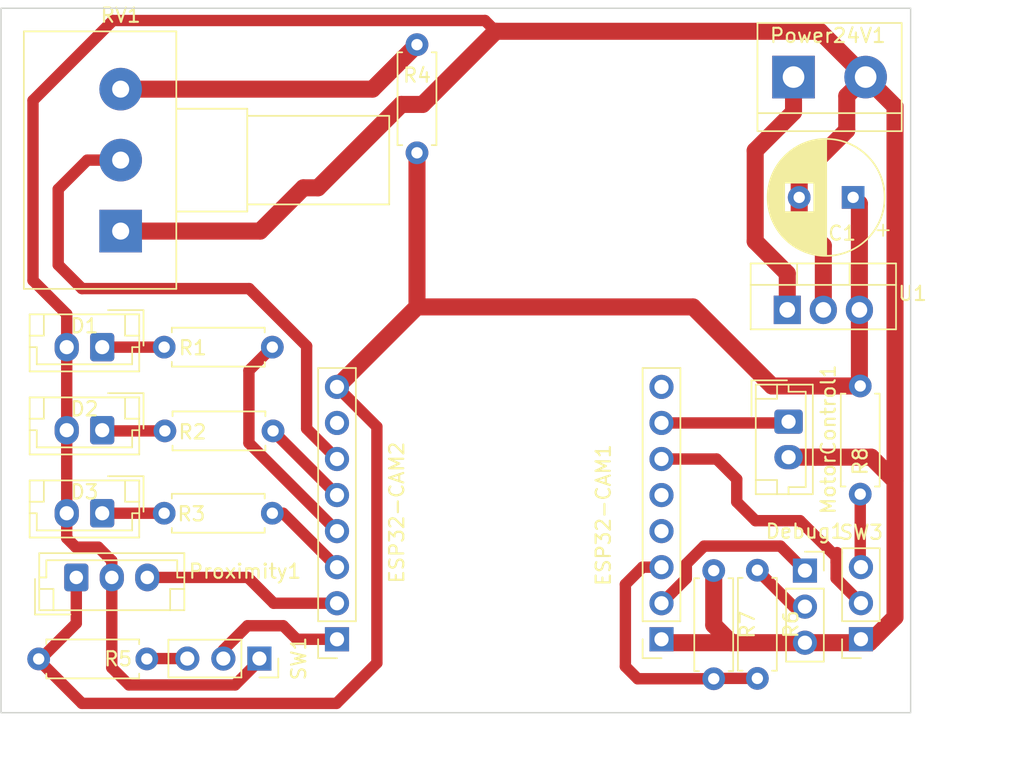
<source format=kicad_pcb>
(kicad_pcb (version 20221018) (generator pcbnew)
  (layers (0 "F.Cu" signal) (31 "B.Cu" signal) (34 "B.Paste" user) (35 "F.Paste" user) (36 "B.SilkS" user "B.Silkscreen") (37 "F.SilkS" user "F.Silkscreen") (38 "B.Mask" user) (39 "F.Mask" user) (44 "Edge.Cuts" user))
  (net 0 "")
  (net 1 "+5V")
  (net 2 "GND")
  (net 3 "Net-(D1-K)")
  (net 4 "Net-(D2-K)")
  (net 5 "Net-(D3-K)")
  (net 6 "+24V")
  (net 7 "RX")
  (net 8 "TX")
  (net 9 "RED_LED")
  (net 10 "YELLOW_LED")
  (net 11 "GREEN_LED")
  (net 12 "SWITCH1")
  (net 13 "POT_ADC")
  (net 14 "MotorPWM")
  (net 15 "BOOT_MODE")
  (net 16 "Net-(R4-Pad1)")
  (net 17 "Net-(SW1A-C)")
  (net 18 "Net-(SW3A-C)")
  (net 23 "Proximity")
  (net 24 "RX_3.3")
  (footprint "Potentiometer_THT:Potentiometer_Alps_RK163_Single_Horizontal" (layer "F.Cu") (at 131.5 73.9 180)
    (fp_text reference "RV1" (at 0 15.2) (layer "F.SilkS"))
    (fp_text value "R_Potentiometer")
    (pad "1" thru_hole rect (at 0 0) (size 3 3) (drill 1.2) (layers "*.Cu" "*.Mask") (net 2 "GND"))
    (pad "2" thru_hole circle (at 0 5) (size 3 3) (drill 1.2) (layers "*.Cu" "*.Mask") (net 13 "POT_ADC"))
    (pad "3" thru_hole circle (at 0 10) (size 3 3) (drill 1.2) (layers "*.Cu" "*.Mask") (net 16 "Net-(R4-Pad1)"))
  )
  (footprint "Connector_JST:JST_EH_B3B-EH-A_1x03_P2.50mm_Vertical" (layer "F.Cu") (at 128.3754 98.298)
    (fp_text reference "Proximity1" (at 11.8834 -0.4318) (layer "F.SilkS"))
    (fp_text value "JST-3p")
    (pad "1" thru_hole roundrect (at 0 0) (size 1.7 1.95) (drill 0.95) (layers "*.Cu" "*.Mask") (roundrect_rratio 0.147059) (net 1 "+5V"))
    (pad "2" thru_hole oval (at 2.5 0) (size 1.7 1.95) (drill 0.95) (layers "*.Cu" "*.Mask") (net 2 "GND"))
    (pad "3" thru_hole oval (at 5 0) (size 1.7 1.95) (drill 0.95) (layers "*.Cu" "*.Mask") (net 23 "Proximity"))
  )
  (footprint "Resistor_THT:R_Axial_DIN0207_L6.3mm_D2.5mm_P7.62mm_Horizontal" (layer "F.Cu") (at 173.2788 97.8154 -90)
    (fp_text reference "R7" (at 3.81 -2.37 90) (layer "F.SilkS"))
    (fp_text value "330")
    (pad "1" thru_hole circle (at 0 0 270) (size 1.6 1.6) (drill 0.8) (layers "*.Cu" "*.Mask") (net 2 "GND"))
    (pad "2" thru_hole oval (at 7.62 0 270) (size 1.6 1.6) (drill 0.8) (layers "*.Cu" "*.Mask") (net 24 "RX_3.3"))
  )
  (footprint "Resistor_THT:R_Axial_DIN0207_L6.3mm_D2.5mm_P7.62mm_Horizontal" (layer "F.Cu") (at 133.3448 104.038 180)
    (fp_text reference "R5" (at 2.02 0) (layer "F.SilkS"))
    (fp_text value "10K")
    (pad "1" thru_hole circle (at 0 0 180) (size 1.6 1.6) (drill 0.8) (layers "*.Cu" "*.Mask") (net 17 "Net-(SW1A-C)"))
    (pad "2" thru_hole oval (at 7.62 0 180) (size 1.6 1.6) (drill 0.8) (layers "*.Cu" "*.Mask") (net 1 "+5V"))
  )
  (footprint "Connector_JST:JST_EH_B2B-EH-A_1x02_P2.50mm_Vertical" (layer "F.Cu") (at 130.2 82.075 180)
    (fp_text reference "D1" (at 1.25 1.5) (layer "F.SilkS"))
    (fp_text value "RED")
    (pad "1" thru_hole roundrect (at 0 0 180) (size 1.7 2) (drill 1) (layers "*.Cu" "*.Mask") (roundrect_rratio 0.147059) (net 3 "Net-(D1-K)"))
    (pad "2" thru_hole oval (at 2.5 0 180) (size 1.7 2) (drill 1) (layers "*.Cu" "*.Mask") (net 2 "GND"))
  )
  (footprint "Connector_PinSocket_2.54mm:PinSocket_1x03_P2.54mm_Vertical" (layer "F.Cu") (at 179.705 97.8154)
    (fp_text reference "Debug1" (at 0 -2.77) (layer "F.SilkS"))
    (fp_text value "1x3_Header")
    (pad "1" thru_hole rect (at 0 0) (size 1.7 1.7) (drill 1) (layers "*.Cu" "*.Mask") (net 8 "TX"))
    (pad "2" thru_hole oval (at 0 2.54) (size 1.7 1.7) (drill 1) (layers "*.Cu" "*.Mask") (net 7 "RX"))
    (pad "3" thru_hole oval (at 0 5.08) (size 1.7 1.7) (drill 1) (layers "*.Cu" "*.Mask") (net 2 "GND"))
  )
  (footprint "Capacitor_THT:CP_Radial_D8.0mm_P3.80mm" (layer "F.Cu") (at 183.1 71.525 180)
    (fp_text reference "C1" (at 0.775 -2.525) (layer "F.SilkS"))
    (fp_text value "300uF")
    (pad "1" thru_hole rect (at 0 0 180) (size 1.6 1.6) (drill 0.8) (layers "*.Cu" "*.Mask") (net 1 "+5V"))
    (pad "2" thru_hole circle (at 3.8 0 180) (size 1.6 1.6) (drill 0.8) (layers "*.Cu" "*.Mask") (net 2 "GND"))
  )
  (footprint "Connector_JST:JST_EH_B2B-EH-A_1x02_P2.50mm_Vertical" (layer "F.Cu") (at 178.55 87.325 -90)
    (fp_text reference "MotorControl1" (at 1.25 -2.8 90) (layer "F.SilkS"))
    (fp_text value "JST-2P")
    (pad "1" thru_hole roundrect (at 0 0 270) (size 1.7 2) (drill 1) (layers "*.Cu" "*.Mask") (roundrect_rratio 0.147059) (net 14 "MotorPWM"))
    (pad "2" thru_hole oval (at 2.5 0 270) (size 1.7 2) (drill 1) (layers "*.Cu" "*.Mask") (net 2 "GND"))
  )
  (footprint "Connector_PinSocket_2.54mm:PinSocket_1x03_P2.54mm_Vertical" (layer "F.Cu") (at 183.65 102.65 180)
    (fp_text reference "SW3" (at -0.025 7.525) (layer "F.SilkS"))
    (fp_text value "SW_DPDT_x2")
    (pad "1" thru_hole rect (at 0 0 180) (size 1.7 1.7) (drill 1) (layers "*.Cu" "*.Mask") (net 2 "GND"))
    (pad "2" thru_hole oval (at 0 2.54 180) (size 1.7 1.7) (drill 1) (layers "*.Cu" "*.Mask") (net 15 "BOOT_MODE"))
    (pad "3" thru_hole oval (at 0 5.08 180) (size 1.7 1.7) (drill 1) (layers "*.Cu" "*.Mask") (net 18 "Net-(SW3A-C)"))
  )
  (footprint "Connector_JST:JST_EH_B2B-EH-A_1x02_P2.50mm_Vertical" (layer "F.Cu") (at 130.2 93.775 180)
    (fp_text reference "D3" (at 1.25 1.5) (layer "F.SilkS"))
    (fp_text value "GREEN")
    (pad "1" thru_hole roundrect (at 0 0 180) (size 1.7 2) (drill 1) (layers "*.Cu" "*.Mask") (roundrect_rratio 0.147059) (net 5 "Net-(D3-K)"))
    (pad "2" thru_hole oval (at 2.5 0 180) (size 1.7 2) (drill 1) (layers "*.Cu" "*.Mask") (net 2 "GND"))
  )
  (footprint "Resistor_THT:R_Axial_DIN0207_L6.3mm_D2.5mm_P7.62mm_Horizontal" (layer "F.Cu") (at 142.185 93.775 180)
    (fp_text reference "R3" (at 5.7 -0.05) (layer "F.SilkS"))
    (fp_text value "330")
    (pad "1" thru_hole circle (at 0 0 180) (size 1.6 1.6) (drill 0.8) (layers "*.Cu" "*.Mask") (net 11 "GREEN_LED"))
    (pad "2" thru_hole oval (at 7.62 0 180) (size 1.6 1.6) (drill 0.8) (layers "*.Cu" "*.Mask") (net 5 "Net-(D3-K)"))
  )
  (footprint "Resistor_THT:R_Axial_DIN0207_L6.3mm_D2.5mm_P7.62mm_Horizontal" (layer "F.Cu") (at 176.3522 97.79 -90)
    (fp_text reference "R6" (at 3.81 -2.37 90) (layer "F.SilkS"))
    (fp_text value "330")
    (pad "1" thru_hole circle (at 0 0 270) (size 1.6 1.6) (drill 0.8) (layers "*.Cu" "*.Mask") (net 7 "RX"))
    (pad "2" thru_hole oval (at 7.62 0 270) (size 1.6 1.6) (drill 0.8) (layers "*.Cu" "*.Mask") (net 24 "RX_3.3"))
  )
  (footprint "Connector_PinSocket_2.54mm:PinSocket_1x03_P2.54mm_Vertical" (layer "F.Cu") (at 141.2748 104.013 -90)
    (fp_text reference "SW1" (at 0 -2.77 90) (layer "F.SilkS"))
    (fp_text value "SW_DPDT_x2")
    (pad "1" thru_hole rect (at 0 0 270) (size 1.7 1.7) (drill 1) (layers "*.Cu" "*.Mask") (net 2 "GND"))
    (pad "2" thru_hole oval (at 0 2.54 270) (size 1.7 1.7) (drill 1) (layers "*.Cu" "*.Mask") (net 12 "SWITCH1"))
    (pad "3" thru_hole oval (at 0 5.08 270) (size 1.7 1.7) (drill 1) (layers "*.Cu" "*.Mask") (net 17 "Net-(SW1A-C)"))
  )
  (footprint "Connector_JST:JST_EH_B2B-EH-A_1x02_P2.50mm_Vertical" (layer "F.Cu") (at 130.2 87.925 180)
    (fp_text reference "D2" (at 1.25 1.5) (layer "F.SilkS"))
    (fp_text value "YELLOW")
    (pad "1" thru_hole roundrect (at 0 0 180) (size 1.7 2) (drill 1) (layers "*.Cu" "*.Mask") (roundrect_rratio 0.147059) (net 4 "Net-(D2-K)"))
    (pad "2" thru_hole oval (at 2.5 0 180) (size 1.7 2) (drill 1) (layers "*.Cu" "*.Mask") (net 2 "GND"))
  )
  (footprint "Package_TO_SOT_THT:TO-220-3_Vertical" (layer "F.Cu") (at 178.46 79.45)
    (fp_text reference "U1" (at 8.825 -1.15) (layer "F.SilkS"))
    (fp_text value "L7805")
    (pad "1" thru_hole rect (at 0 0) (size 1.905 2) (drill 1.1) (layers "*.Cu" "*.Mask") (net 6 "+24V"))
    (pad "2" thru_hole oval (at 2.54 0) (size 1.905 2) (drill 1.1) (layers "*.Cu" "*.Mask") (net 2 "GND"))
    (pad "3" thru_hole oval (at 5.08 0) (size 1.905 2) (drill 1.1) (layers "*.Cu" "*.Mask") (net 1 "+5V"))
  )
  (footprint "Resistor_THT:R_Axial_DIN0207_L6.3mm_D2.5mm_P7.62mm_Horizontal" (layer "F.Cu") (at 142.235 87.975 180)
    (fp_text reference "R2" (at 5.675 -0.075) (layer "F.SilkS"))
    (fp_text value "330")
    (pad "1" thru_hole circle (at 0 0 180) (size 1.6 1.6) (drill 0.8) (layers "*.Cu" "*.Mask") (net 10 "YELLOW_LED"))
    (pad "2" thru_hole oval (at 7.62 0 180) (size 1.6 1.6) (drill 0.8) (layers "*.Cu" "*.Mask") (net 4 "Net-(D2-K)"))
  )
  (footprint "Connector_PinSocket_2.54mm:PinSocket_1x08_P2.54mm_Vertical" (layer "F.Cu") (at 146.74 102.655 180)
    (fp_text reference "ESP32-CAM2" (at -4.2122 8.929 90) (layer "F.SilkS"))
    (fp_text value "01x08_Header")
    (pad "1" thru_hole rect (at 0 0 180) (size 1.7 1.7) (drill 1) (layers "*.Cu" "*.Mask") (net 12 "SWITCH1"))
    (pad "2" thru_hole oval (at 0 2.54 180) (size 1.7 1.7) (drill 1) (layers "*.Cu" "*.Mask") (net 23 "Proximity"))
    (pad "3" thru_hole oval (at 0 5.08 180) (size 1.7 1.7) (drill 1) (layers "*.Cu" "*.Mask") (net 11 "GREEN_LED"))
    (pad "4" thru_hole oval (at 0 7.62 180) (size 1.7 1.7) (drill 1) (layers "*.Cu" "*.Mask") (net 9 "RED_LED"))
    (pad "5" thru_hole oval (at 0 10.16 180) (size 1.7 1.7) (drill 1) (layers "*.Cu" "*.Mask") (net 10 "YELLOW_LED"))
    (pad "6" thru_hole oval (at 0 12.7 180) (size 1.7 1.7) (drill 1) (layers "*.Cu" "*.Mask") (net 13 "POT_ADC"))
    (pad "7" thru_hole oval (at 0 15.24 180) (size 1.7 1.7) (drill 1) (layers "*.Cu" "*.Mask"))
    (pad "8" thru_hole oval (at 0 17.78 180) (size 1.7 1.7) (drill 1) (layers "*.Cu" "*.Mask") (net 1 "+5V"))
  )
  (footprint "Resistor_THT:R_Axial_DIN0207_L6.3mm_D2.5mm_P7.62mm_Horizontal" (layer "F.Cu") (at 183.6 92.43 90)
    (fp_text reference "R8" (at 2.31 0 90) (layer "F.SilkS"))
    (fp_text value "10K")
    (pad "1" thru_hole circle (at 0 0 90) (size 1.6 1.6) (drill 0.8) (layers "*.Cu" "*.Mask") (net 18 "Net-(SW3A-C)"))
    (pad "2" thru_hole oval (at 7.62 0 90) (size 1.6 1.6) (drill 0.8) (layers "*.Cu" "*.Mask") (net 1 "+5V"))
  )
  (footprint "Resistor_THT:R_Axial_DIN0207_L6.3mm_D2.5mm_P7.62mm_Horizontal" (layer "F.Cu") (at 142.185 82.075 180)
    (fp_text reference "R1" (at 5.605 -0.05) (layer "F.SilkS"))
    (fp_text value "330")
    (pad "1" thru_hole circle (at 0 0 180) (size 1.6 1.6) (drill 0.8) (layers "*.Cu" "*.Mask") (net 9 "RED_LED"))
    (pad "2" thru_hole oval (at 7.62 0 180) (size 1.6 1.6) (drill 0.8) (layers "*.Cu" "*.Mask") (net 3 "Net-(D1-K)"))
  )
  (footprint "TerminalBlock:TerminalBlock_bornier-2_P5.08mm" (layer "F.Cu") (at 178.9 63.05)
    (fp_text reference "Power24V1" (at 2.415 -2.925) (layer "F.SilkS"))
    (fp_text value "TerminalBlock")
    (pad "1" thru_hole rect (at 0 0) (size 3 3) (drill 1.52) (layers "*.Cu" "*.Mask") (net 6 "+24V"))
    (pad "2" thru_hole circle (at 5.08 0) (size 3 3) (drill 1.52) (layers "*.Cu" "*.Mask") (net 2 "GND"))
  )
  (footprint "Connector_PinSocket_2.54mm:PinSocket_1x08_P2.54mm_Vertical" (layer "F.Cu") (at 169.6 102.655 180)
    (fp_text reference "ESP32-CAM1" (at 4.0936 8.7512 90) (layer "F.SilkS"))
    (fp_text value "01x08_Header")
    (pad "1" thru_hole rect (at 0 0 180) (size 1.7 1.7) (drill 1) (layers "*.Cu" "*.Mask") (net 2 "GND"))
    (pad "2" thru_hole oval (at 0 2.54 180) (size 1.7 1.7) (drill 1) (layers "*.Cu" "*.Mask") (net 8 "TX"))
    (pad "3" thru_hole oval (at 0 5.08 180) (size 1.7 1.7) (drill 1) (layers "*.Cu" "*.Mask") (net 24 "RX_3.3"))
    (pad "4" thru_hole oval (at 0 7.62 180) (size 1.7 1.7) (drill 1) (layers "*.Cu" "*.Mask"))
    (pad "5" thru_hole oval (at 0 10.16 180) (size 1.7 1.7) (drill 1) (layers "*.Cu" "*.Mask"))
    (pad "6" thru_hole oval (at 0 12.7 180) (size 1.7 1.7) (drill 1) (layers "*.Cu" "*.Mask") (net 15 "BOOT_MODE"))
    (pad "7" thru_hole oval (at 0 15.24 180) (size 1.7 1.7) (drill 1) (layers "*.Cu" "*.Mask") (net 14 "MotorPWM"))
    (pad "8" thru_hole oval (at 0 17.78 180) (size 1.7 1.7) (drill 1) (layers "*.Cu" "*.Mask"))
  )
  (footprint "Resistor_THT:R_Axial_DIN0207_L6.3mm_D2.5mm_P7.62mm_Horizontal" (layer "F.Cu") (at 152.375 60.765 -90)
    (fp_text reference "R4" (at 2.16 0 -180) (layer "F.SilkS"))
    (fp_text value "??")
    (pad "1" thru_hole circle (at 0 0 270) (size 1.6 1.6) (drill 0.8) (layers "*.Cu" "*.Mask") (net 16 "Net-(R4-Pad1)"))
    (pad "2" thru_hole oval (at 7.62 0 270) (size 1.6 1.6) (drill 0.8) (layers "*.Cu" "*.Mask") (net 1 "+5V"))
  )
  (gr_rect (start 123.075 58.2) (end 187.15 107.825) (stroke (width 0.1)) (fill none) (layer "Edge.Cuts"))
  (segment (start 149.55 87.685) (end 146.74 84.875) (width 0.8) (layer "F.Cu") (net 1))
  (segment (start 128.775344 107.170344) (end 146.704656 107.170344) (width 0.8) (layer "F.Cu") (net 1))
  (segment (start 149.55 104.325) (end 149.55 87.685) (width 0.8) (layer "F.Cu") (net 1))
  (segment (start 146.74 84.875) (end 152.375 79.24) (width 1.2) (layer "F.Cu") (net 1))
  (segment (start 183.6 84.81) (end 177.385 84.81) (width 1.2) (layer "F.Cu") (net 1))
  (segment (start 183.54 79.45) (end 183.54 84.75) (width 1.2) (layer "F.Cu") (net 1))
  (segment (start 152.375 79.24) (end 152.375 68.385) (width 1.2) (layer "F.Cu") (net 1))
  (segment (start 177.385 84.81) (end 171.815 79.24) (width 1.2) (layer "F.Cu") (net 1))
  (segment (start 183.54 71.965) (end 183.1 71.525) (width 1.2) (layer "F.Cu") (net 1))
  (segment (start 171.815 79.24) (end 152.375 79.24) (width 1.2) (layer "F.Cu") (net 1))
  (segment (start 183.54 84.75) (end 183.6 84.81) (width 1.2) (layer "F.Cu") (net 1))
  (segment (start 125.755 104.15) (end 128.775344 107.170344) (width 0.8) (layer "F.Cu") (net 1))
  (segment (start 128.3754 98.298) (end 128.3754 101.5296) (width 0.8) (layer "F.Cu") (net 1))
  (segment (start 183.54 79.45) (end 183.54 71.965) (width 1.2) (layer "F.Cu") (net 1))
  (segment (start 128.3754 101.5296) (end 125.755 104.15) (width 0.8) (layer "F.Cu") (net 1))
  (segment (start 146.704656 107.170344) (end 149.55 104.325) (width 0.8) (layer "F.Cu") (net 1))
  (segment (start 174.5234 102.8954) (end 173.2788 101.6508) (width 1.2) (layer "F.Cu") (net 2))
  (segment (start 130.8754 104.6626) (end 132.083144 105.870344) (width 0.8) (layer "F.Cu") (net 2))
  (segment (start 186.05 91.5) (end 186.05 65.12) (width 1.2) (layer "F.Cu") (net 2))
  (segment (start 186.05 101.1) (end 184.5 102.65) (width 1.2) (layer "F.Cu") (net 2))
  (segment (start 173.2788 97.8154) (end 173.2788 98.9838) (width 0.8) (layer "F.Cu") (net 2))
  (segment (start 173.2788 101.6508) (end 173.2788 97.8154) (width 1.2) (layer "F.Cu") (net 2))
  (segment (start 130.96 59.065) (end 157.165 59.065) (width 0.8) (layer "F.Cu") (net 2))
  (segment (start 179.3 73.225) (end 181 74.925) (width 1.2) (layer "F.Cu") (net 2))
  (segment (start 178.55 89.825) (end 180.45 89.825) (width 1.2) (layer "F.Cu") (net 2))
  (segment (start 179.705 102.8954) (end 174.5234 102.8954) (width 1.2) (layer "F.Cu") (net 2))
  (segment (start 151.275 64.975) (end 145.4 70.85) (width 1.2) (layer "F.Cu") (net 2))
  (segment (start 157.165 59.065) (end 157.925 59.825) (width 0.8) (layer "F.Cu") (net 2))
  (segment (start 130.8754 98.298) (end 130.8754 104.6626) (width 0.8) (layer "F.Cu") (net 2))
  (segment (start 141.325 73.9) (end 131.5 73.9) (width 1.2) (layer "F.Cu") (net 2))
  (segment (start 169.8404 102.8954) (end 169.6 102.655) (width 1.2) (layer "F.Cu") (net 2))
  (segment (start 127.7 82.075) (end 127.7 93.775) (width 0.8) (layer "F.Cu") (net 2))
  (segment (start 182.65 64.38) (end 183.98 63.05) (width 1.2) (layer "F.Cu") (net 2))
  (segment (start 179.3 71.525) (end 179.3 70.15) (width 1.2) (layer "F.Cu") (net 2))
  (segment (start 157.925 59.825) (end 152.775 64.975) (width 1.2) (layer "F.Cu") (net 2))
  (segment (start 127.7 95.525) (end 128.3394 96.1644) (width 0.8) (layer "F.Cu") (net 2))
  (segment (start 125.325 77.375) (end 125.325 64.7) (width 0.8) (layer "F.Cu") (net 2))
  (segment (start 128.3394 96.1644) (end 129.921 96.1644) (width 0.8) (layer "F.Cu") (net 2))
  (segment (start 174.5234 102.8954) (end 169.8404 102.8954) (width 1.2) (layer "F.Cu") (net 2))
  (segment (start 180.45 89.825) (end 180.975 89.825) (width 1.2) (layer "F.Cu") (net 2))
  (segment (start 127.7 93.775) (end 127.7 95.525) (width 0.8) (layer "F.Cu") (net 2))
  (segment (start 184.2546 102.8954) (end 179.705 102.8954) (width 1.2) (layer "F.Cu") (net 2))
  (segment (start 125.325 64.7) (end 130.96 59.065) (width 0.8) (layer "F.Cu") (net 2))
  (segment (start 179.3 70.15) (end 182.65 66.8) (width 1.2) (layer "F.Cu") (net 2))
  (segment (start 179.3 71.525) (end 179.3 73.225) (width 1.2) (layer "F.Cu") (net 2))
  (segment (start 130.8754 97.1188) (end 130.8754 98.298) (width 0.8) (layer "F.Cu") (net 2))
  (segment (start 184.5 102.65) (end 184.2546 102.8954) (width 1.2) (layer "F.Cu") (net 2))
  (segment (start 183.645 102.655) (end 183.65 102.65) (width 0.8) (layer "F.Cu") (net 2))
  (segment (start 183.98 63.05) (end 180.755 59.825) (width 1.2) (layer "F.Cu") (net 2))
  (segment (start 181 74.925) (end 181 79.45) (width 1.2) (layer "F.Cu") (net 2))
  (segment (start 127.7 82.075) (end 127.7 79.75) (width 0.8) (layer "F.Cu") (net 2))
  (segment (start 144.375 70.85) (end 141.325 73.9) (width 1.2) (layer "F.Cu") (net 2))
  (segment (start 186.05 91.5) (end 186.05 101.1) (width 1.2) (layer "F.Cu") (net 2))
  (segment (start 184.375 89.825) (end 186.05 91.5) (width 1.2) (layer "F.Cu") (net 2))
  (segment (start 127.7 79.75) (end 125.325 77.375) (width 0.8) (layer "F.Cu") (net 2))
  (segment (start 132.083144 105.870344) (end 139.559656 105.870344) (width 0.8) (layer "F.Cu") (net 2))
  (segment (start 152.775 64.975) (end 151.275 64.975) (width 1.2) (layer "F.Cu") (net 2))
  (segment (start 139.559656 105.870344) (end 141.305 104.125) (width 0.8) (layer "F.Cu") (net 2))
  (segment (start 184.5 102.65) (end 183.65 102.65) (width 1.2) (layer "F.Cu") (net 2))
  (segment (start 180.45 89.825) (end 184.375 89.825) (width 1.2) (layer "F.Cu") (net 2))
  (segment (start 145.4 70.85) (end 144.375 70.85) (width 1.2) (layer "F.Cu") (net 2))
  (segment (start 182.65 66.8) (end 182.65 64.38) (width 1.2) (layer "F.Cu") (net 2))
  (segment (start 129.921 96.1644) (end 130.8754 97.1188) (width 0.8) (layer "F.Cu") (net 2))
  (segment (start 186.05 65.12) (end 183.98 63.05) (width 1.2) (layer "F.Cu") (net 2))
  (segment (start 180.755 59.825) (end 157.925 59.825) (width 1.2) (layer "F.Cu") (net 2))
  (segment (start 134.565 82.075) (end 130.2 82.075) (width 0.8) (layer "F.Cu") (net 3))
  (segment (start 130.25 87.975) (end 130.2 87.925) (width 0.8) (layer "F.Cu") (net 4))
  (segment (start 134.615 87.975) (end 130.25 87.975) (width 0.8) (layer "F.Cu") (net 4))
  (segment (start 134.565 93.775) (end 130.2 93.775) (width 0.8) (layer "F.Cu") (net 5))
  (segment (start 178.46 76.885) (end 178.46 79.45) (width 1.2) (layer "F.Cu") (net 6))
  (segment (start 178.9 65.525) (end 176.2 68.225) (width 1.2) (layer "F.Cu") (net 6))
  (segment (start 176.2 74.625) (end 178.46 76.885) (width 1.2) (layer "F.Cu") (net 6))
  (segment (start 176.2 68.225) (end 176.2 74.625) (width 1.2) (layer "F.Cu") (net 6))
  (segment (start 178.9 63.05) (end 178.9 65.525) (width 1.2) (layer "F.Cu") (net 6))
  (segment (start 176.3522 97.79) (end 178.9176 100.3554) (width 0.8) (layer "F.Cu") (net 7))
  (segment (start 178.9176 100.3554) (end 179.705 100.3554) (width 0.8) (layer "F.Cu") (net 7))
  (segment (start 171.35 98.365) (end 169.6 100.115) (width 0.8) (layer "F.Cu") (net 8))
  (segment (start 169.8404 100.3554) (end 169.6 100.115) (width 0.8) (layer "F.Cu") (net 8))
  (segment (start 172.600036 96.09) (end 171.35 97.340036) (width 0.8) (layer "F.Cu") (net 8))
  (segment (start 177.9796 96.09) (end 172.600036 96.09) (width 0.8) (layer "F.Cu") (net 8))
  (segment (start 171.35 97.340036) (end 171.35 98.365) (width 0.8) (layer "F.Cu") (net 8))
  (segment (start 179.705 97.8154) (end 177.9796 96.09) (width 0.8) (layer "F.Cu") (net 8))
  (segment (start 142.185 82.075) (end 140.535 83.725) (width 0.8) (layer "F.Cu") (net 9))
  (segment (start 140.535 83.725) (end 140.535 88.83) (width 0.8) (layer "F.Cu") (net 9))
  (segment (start 140.535 88.83) (end 146.74 95.035) (width 0.8) (layer "F.Cu") (net 9))
  (segment (start 142.235 87.975) (end 142.235 87.99) (width 0.8) (layer "F.Cu") (net 10))
  (segment (start 142.235 87.99) (end 146.74 92.495) (width 0.8) (layer "F.Cu") (net 10))
  (segment (start 142.94 93.775) (end 146.74 97.575) (width 0.8) (layer "F.Cu") (net 11))
  (segment (start 142.185 93.775) (end 142.94 93.775) (width 0.8) (layer "F.Cu") (net 11))
  (segment (start 140.4366 101.7016) (end 142.9512 101.7016) (width 0.8) (layer "F.Cu") (net 12))
  (segment (start 142.9512 101.7016) (end 143.9046 102.655) (width 0.8) (layer "F.Cu") (net 12))
  (segment (start 138.7348 103.4034) (end 140.4366 101.7016) (width 0.8) (layer "F.Cu") (net 12))
  (segment (start 143.9046 102.655) (end 146.74 102.655) (width 0.8) (layer "F.Cu") (net 12))
  (segment (start 138.7348 104.013) (end 138.7348 103.4034) (width 0.8) (layer "F.Cu") (net 12))
  (segment (start 127.1 76.275) (end 128.775 77.95) (width 0.8) (layer "F.Cu") (net 13))
  (segment (start 128.775 77.95) (end 140.55 77.95) (width 0.8) (layer "F.Cu") (net 13))
  (segment (start 127.1 70.95) (end 127.1 76.275) (width 0.8) (layer "F.Cu") (net 13))
  (segment (start 144.6 82) (end 144.6 87.815) (width 0.8) (layer "F.Cu") (net 13))
  (segment (start 131.5 68.9) (end 129.15 68.9) (width 0.8) (layer "F.Cu") (net 13))
  (segment (start 140.55 77.95) (end 144.6 82) (width 0.8) (layer "F.Cu") (net 13))
  (segment (start 129.15 68.9) (end 127.1 70.95) (width 0.8) (layer "F.Cu") (net 13))
  (segment (start 144.6 87.815) (end 146.74 89.955) (width 0.8) (layer "F.Cu") (net 13))
  (segment (start 169.6 87.415) (end 178.46 87.415) (width 0.8) (layer "F.Cu") (net 14))
  (segment (start 178.46 87.415) (end 178.55 87.325) (width 0.8) (layer "F.Cu") (net 14))
  (segment (start 181.9 97.2566) (end 181.9 96.611) (width 0.8) (layer "F.Cu") (net 15))
  (segment (start 174.9 91.375) (end 173.48 89.955) (width 0.8) (layer "F.Cu") (net 15))
  (segment (start 181.9 96.845126) (end 179.354874 94.3) (width 0.8) (layer "F.Cu") (net 15))
  (segment (start 176.225 94.3) (end 174.9 92.975) (width 0.8) (layer "F.Cu") (net 15))
  (segment (start 179.354874 94.3) (end 176.225 94.3) (width 0.8) (layer "F.Cu") (net 15))
  (segment (start 181.9 98.36) (end 181.9 97.2566) (width 0.8) (layer "F.Cu") (net 15))
  (segment (start 173.48 89.955) (end 169.6 89.955) (width 0.8) (layer "F.Cu") (net 15))
  (segment (start 183.65 100.11) (end 181.9 98.36) (width 0.8) (layer "F.Cu") (net 15))
  (segment (start 181.9 96.611) (end 181.9656 96.5454) (width 0.8) (layer "F.Cu") (net 15))
  (segment (start 174.9 92.975) (end 174.9 91.375) (width 0.8) (layer "F.Cu") (net 15))
  (segment (start 181.9 97.2566) (end 181.9 96.845126) (width 0.8) (layer "F.Cu") (net 15))
  (segment (start 131.5 63.9) (end 149.24 63.9) (width 1.2) (layer "F.Cu") (net 16))
  (segment (start 149.24 63.9) (end 152.375 60.765) (width 1.2) (layer "F.Cu") (net 16))
  (segment (start 133.3698 104.013) (end 133.3448 104.038) (width 0.8) (layer "F.Cu") (net 17))
  (segment (start 136.195 103.675) (end 136.22 103.65) (width 0.8) (layer "F.Cu") (net 17))
  (segment (start 136.1948 104.013) (end 133.3698 104.013) (width 0.8) (layer "F.Cu") (net 17))
  (segment (start 183.6 97.52) (end 183.65 97.57) (width 0.8) (layer "F.Cu") (net 18))
  (segment (start 183.6 92.43) (end 183.6 97.52) (width 0.8) (layer "F.Cu") (net 18))
  (segment (start 142.279 100.115) (end 146.74 100.115) (width 0.8) (layer "F.Cu") (net 23))
  (segment (start 140.462 98.298) (end 142.279 100.115) (width 0.8) (layer "F.Cu") (net 23))
  (segment (start 133.3754 98.298) (end 140.462 98.298) (width 0.8) (layer "F.Cu") (net 23))
  (segment (start 167.0558 98.7806) (end 168.2614 97.575) (width 0.8) (layer "F.Cu") (net 24))
  (segment (start 173.2788 105.4354) (end 167.9194 105.4354) (width 0.8) (layer "F.Cu") (net 24))
  (segment (start 173.3042 105.41) (end 173.2788 105.4354) (width 0.8) (layer "F.Cu") (net 24))
  (segment (start 168.2614 97.575) (end 169.6 97.575) (width 0.8) (layer "F.Cu") (net 24))
  (segment (start 176.3522 105.41) (end 173.3042 105.41) (width 0.8) (layer "F.Cu") (net 24))
  (segment (start 167.9194 105.4354) (end 167.0558 104.5718) (width 0.8) (layer "F.Cu") (net 24))
  (segment (start 167.0558 104.5718) (end 167.0558 98.7806) (width 0.8) (layer "F.Cu") (net 24))
)
</source>
